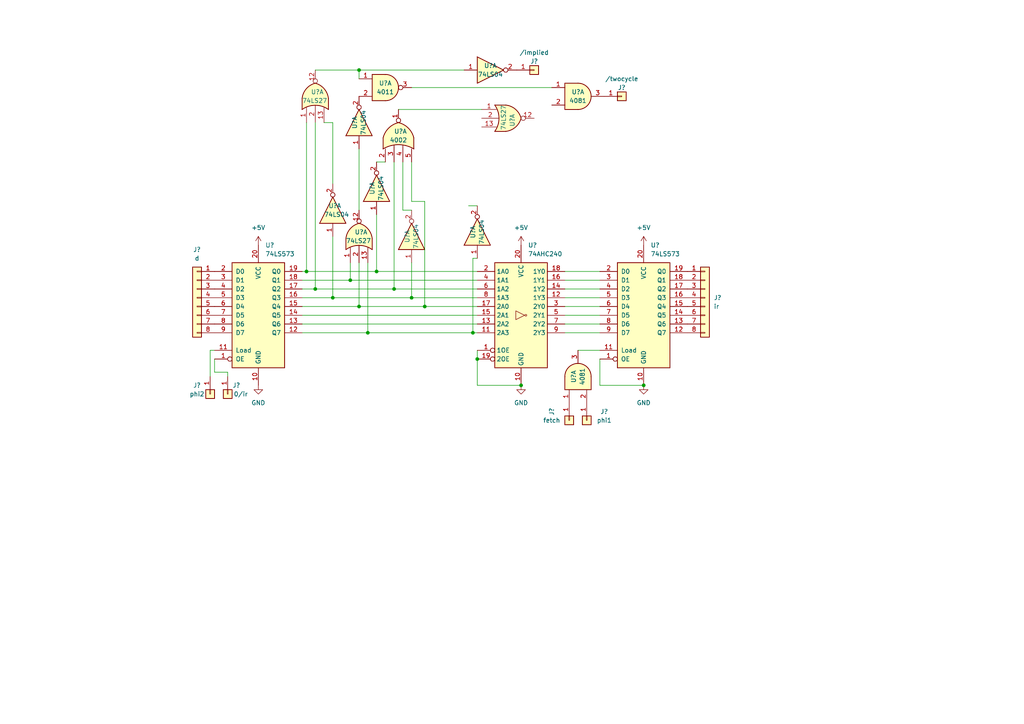
<source format=kicad_sch>
(kicad_sch (version 20211123) (generator eeschema)
  (paper "A4")
  (lib_symbols
    (symbol "4xxx:4002" (pin_names (offset 1.016))
      (property "Reference" "U" (at 0 1.27 0))
      (property "Value" "4002" (at 0 -1.27 0))
      (symbol "4002_1_1"
        (arc (start -3.81 -4.445) (mid -2.5908 0) (end -3.81 4.445) (stroke (width 0.254)))
        (arc (start -0.6096 -4.445) (mid 2.224 -2.8428) (end 3.81 0) (stroke (width 0.254)) (fill (type background)))
        (polyline (pts (xy -3.81 -4.445) (xy -0.635 -4.445)) (stroke (width 0.254)) (fill (type background)))
        (polyline (pts (xy -3.81 4.445) (xy -0.635 4.445)) (stroke (width 0.254)) (fill (type background)))
        (polyline (pts (xy -0.635 4.445) (xy -3.81 4.445) (xy -3.81 4.445) (xy -3.6322 4.0894) (xy -3.0988 2.921) (xy -2.7686 1.6764) (xy -2.6162 0.4318) (xy -2.6416 -0.8636) (xy -2.8702 -2.1082) (xy -3.2512 -3.3274) (xy -3.81 -4.445) (xy -3.81 -4.445) (xy -0.635 -4.445)) (stroke (width -25.4)) (fill (type background)))
        (arc (start 3.81 0) (mid 2.2198 2.8385) (end -0.6096 4.445) (stroke (width 0.254)) (fill (type background)))
        (pin output inverted (at 7.62 0 180) (length 3.81) (name "~") (number "1"))
        (pin input line (at -7.62 3.81 0) (length 3.81) (name "~") (number "2"))
        (pin input line (at -7.62 1.27 0) (length 4.826) (name "~") (number "3"))
        (pin input line (at -7.62 -1.27 0) (length 4.826) (name "~") (number "4"))
        (pin input line (at -7.62 -3.81 0) (length 3.81) (name "~") (number "5"))
      )
      (symbol "4002_1_2"
        (arc (start -0.635 -4.445) (mid 3.81 0) (end -0.635 4.445) (stroke (width 0.254)) (fill (type background)))
        (polyline (pts (xy -0.635 4.445) (xy -3.81 4.445) (xy -3.81 -4.445) (xy -0.635 -4.445)) (stroke (width 0.254)) (fill (type background)))
        (pin output line (at 7.62 0 180) (length 3.81) (name "~") (number "1"))
        (pin input inverted (at -7.62 3.81 0) (length 3.81) (name "~") (number "2"))
        (pin input inverted (at -7.62 1.27 0) (length 3.81) (name "~") (number "3"))
        (pin input inverted (at -7.62 -1.27 0) (length 3.81) (name "~") (number "4"))
        (pin input inverted (at -7.62 -3.81 0) (length 3.81) (name "~") (number "5"))
      )
      (symbol "4002_2_1"
        (arc (start -3.81 -4.445) (mid -2.5908 0) (end -3.81 4.445) (stroke (width 0.254)))
        (arc (start -0.6096 -4.445) (mid 2.224 -2.8428) (end 3.81 0) (stroke (width 0.254)) (fill (type background)))
        (polyline (pts (xy -3.81 -4.445) (xy -0.635 -4.445)) (stroke (width 0.254)) (fill (type background)))
        (polyline (pts (xy -3.81 4.445) (xy -0.635 4.445)) (stroke (width 0.254)) (fill (type background)))
        (polyline (pts (xy -0.635 4.445) (xy -3.81 4.445) (xy -3.81 4.445) (xy -3.6322 4.0894) (xy -3.0988 2.921) (xy -2.7686 1.6764) (xy -2.6162 0.4318) (xy -2.6416 -0.8636) (xy -2.8702 -2.1082) (xy -3.2512 -3.3274) (xy -3.81 -4.445) (xy -3.81 -4.445) (xy -0.635 -4.445)) (stroke (width -25.4)) (fill (type background)))
        (arc (start 3.81 0) (mid 2.2198 2.8385) (end -0.6096 4.445) (stroke (width 0.254)) (fill (type background)))
        (pin input line (at -7.62 1.27 0) (length 4.826) (name "~") (number "10"))
        (pin input line (at -7.62 -1.27 0) (length 4.826) (name "~") (number "11"))
        (pin input line (at -7.62 -3.81 0) (length 3.81) (name "~") (number "12"))
        (pin output inverted (at 7.62 0 180) (length 3.81) (name "~") (number "13"))
        (pin input line (at -7.62 3.81 0) (length 3.81) (name "~") (number "9"))
      )
      (symbol "4002_2_2"
        (arc (start -0.635 -4.445) (mid 3.81 0) (end -0.635 4.445) (stroke (width 0.254)) (fill (type background)))
        (polyline (pts (xy -0.635 4.445) (xy -3.81 4.445) (xy -3.81 -4.445) (xy -0.635 -4.445)) (stroke (width 0.254)) (fill (type background)))
        (pin input inverted (at -7.62 1.27 0) (length 3.81) (name "~") (number "10"))
        (pin input inverted (at -7.62 -1.27 0) (length 3.81) (name "~") (number "11"))
        (pin input inverted (at -7.62 -3.81 0) (length 3.81) (name "~") (number "12"))
        (pin output line (at 7.62 0 180) (length 3.81) (name "~") (number "13"))
        (pin input inverted (at -7.62 3.81 0) (length 3.81) (name "~") (number "9"))
      )
      (symbol "4002_3_0"
        (pin power_in line (at 0 12.7 270) (length 5.08) (name "VDD") (number "14"))
        (pin power_in line (at 0 -12.7 90) (length 5.08) (name "VSS") (number "7"))
      )
      (symbol "4002_3_1"
        (rectangle (start -5.08 7.62) (end 5.08 -7.62) (stroke (width 0.254)) (fill (type background)))
      )
    )
    (symbol "4xxx:4011" (pin_names (offset 1.016))
      (property "Reference" "U" (at 0 1.27 0))
      (property "Value" "4011" (at 0 -1.27 0))
      (symbol "4011_1_1"
        (arc (start 0 -3.81) (mid 3.81 0) (end 0 3.81) (stroke (width 0.254)) (fill (type background)))
        (polyline (pts (xy 0 3.81) (xy -3.81 3.81) (xy -3.81 -3.81) (xy 0 -3.81)) (stroke (width 0.254)) (fill (type background)))
        (pin input line (at -7.62 2.54 0) (length 3.81) (name "~") (number "1"))
        (pin input line (at -7.62 -2.54 0) (length 3.81) (name "~") (number "2"))
        (pin output inverted (at 7.62 0 180) (length 3.81) (name "~") (number "3"))
      )
      (symbol "4011_1_2"
        (arc (start -3.81 -3.81) (mid -2.589 0) (end -3.81 3.81) (stroke (width 0.254)))
        (arc (start -0.6096 -3.81) (mid 2.1855 -2.584) (end 3.81 0) (stroke (width 0.254)) (fill (type background)))
        (polyline (pts (xy -3.81 -3.81) (xy -0.635 -3.81)) (stroke (width 0.254)) (fill (type background)))
        (polyline (pts (xy -3.81 3.81) (xy -0.635 3.81)) (stroke (width 0.254)) (fill (type background)))
        (polyline (pts (xy -0.635 3.81) (xy -3.81 3.81) (xy -3.81 3.81) (xy -3.556 3.4036) (xy -3.0226 2.2606) (xy -2.6924 1.0414) (xy -2.6162 -0.254) (xy -2.7686 -1.4986) (xy -3.175 -2.7178) (xy -3.81 -3.81) (xy -3.81 -3.81) (xy -0.635 -3.81)) (stroke (width -25.4)) (fill (type background)))
        (arc (start 3.81 0) (mid 2.1928 2.5925) (end -0.6096 3.81) (stroke (width 0.254)) (fill (type background)))
        (pin input inverted (at -7.62 2.54 0) (length 4.318) (name "~") (number "1"))
        (pin input inverted (at -7.62 -2.54 0) (length 4.318) (name "~") (number "2"))
        (pin output line (at 7.62 0 180) (length 3.81) (name "~") (number "3"))
      )
      (symbol "4011_2_1"
        (arc (start 0 -3.81) (mid 3.81 0) (end 0 3.81) (stroke (width 0.254)) (fill (type background)))
        (polyline (pts (xy 0 3.81) (xy -3.81 3.81) (xy -3.81 -3.81) (xy 0 -3.81)) (stroke (width 0.254)) (fill (type background)))
        (pin output inverted (at 7.62 0 180) (length 3.81) (name "~") (number "4"))
        (pin input line (at -7.62 2.54 0) (length 3.81) (name "~") (number "5"))
        (pin input line (at -7.62 -2.54 0) (length 3.81) (name "~") (number "6"))
      )
      (symbol "4011_2_2"
        (arc (start -3.81 -3.81) (mid -2.589 0) (end -3.81 3.81) (stroke (width 0.254)))
        (arc (start -0.6096 -3.81) (mid 2.1855 -2.584) (end 3.81 0) (stroke (width 0.254)) (fill (type background)))
        (polyline (pts (xy -3.81 -3.81) (xy -0.635 -3.81)) (stroke (width 0.254)) (fill (type background)))
        (polyline (pts (xy -3.81 3.81) (xy -0.635 3.81)) (stroke (width 0.254)) (fill (type background)))
        (polyline (pts (xy -0.635 3.81) (xy -3.81 3.81) (xy -3.81 3.81) (xy -3.556 3.4036) (xy -3.0226 2.2606) (xy -2.6924 1.0414) (xy -2.6162 -0.254) (xy -2.7686 -1.4986) (xy -3.175 -2.7178) (xy -3.81 -3.81) (xy -3.81 -3.81) (xy -0.635 -3.81)) (stroke (width -25.4)) (fill (type background)))
        (arc (start 3.81 0) (mid 2.1928 2.5925) (end -0.6096 3.81) (stroke (width 0.254)) (fill (type background)))
        (pin output line (at 7.62 0 180) (length 3.81) (name "~") (number "4"))
        (pin input inverted (at -7.62 2.54 0) (length 4.318) (name "~") (number "5"))
        (pin input inverted (at -7.62 -2.54 0) (length 4.318) (name "~") (number "6"))
      )
      (symbol "4011_3_1"
        (arc (start 0 -3.81) (mid 3.81 0) (end 0 3.81) (stroke (width 0.254)) (fill (type background)))
        (polyline (pts (xy 0 3.81) (xy -3.81 3.81) (xy -3.81 -3.81) (xy 0 -3.81)) (stroke (width 0.254)) (fill (type background)))
        (pin output inverted (at 7.62 0 180) (length 3.81) (name "~") (number "10"))
        (pin input line (at -7.62 2.54 0) (length 3.81) (name "~") (number "8"))
        (pin input line (at -7.62 -2.54 0) (length 3.81) (name "~") (number "9"))
      )
      (symbol "4011_3_2"
        (arc (start -3.81 -3.81) (mid -2.589 0) (end -3.81 3.81) (stroke (width 0.254)))
        (arc (start -0.6096 -3.81) (mid 2.1855 -2.584) (end 3.81 0) (stroke (width 0.254)) (fill (type background)))
        (polyline (pts (xy -3.81 -3.81) (xy -0.635 -3.81)) (stroke (width 0.254)) (fill (type background)))
        (polyline (pts (xy -3.81 3.81) (xy -0.635 3.81)) (stroke (width 0.254)) (fill (type background)))
        (polyline (pts (xy -0.635 3.81) (xy -3.81 3.81) (xy -3.81 3.81) (xy -3.556 3.4036) (xy -3.0226 2.2606) (xy -2.6924 1.0414) (xy -2.6162 -0.254) (xy -2.7686 -1.4986) (xy -3.175 -2.7178) (xy -3.81 -3.81) (xy -3.81 -3.81) (xy -0.635 -3.81)) (stroke (width -25.4)) (fill (type background)))
        (arc (start 3.81 0) (mid 2.1928 2.5925) (end -0.6096 3.81) (stroke (width 0.254)) (fill (type background)))
        (pin output line (at 7.62 0 180) (length 3.81) (name "~") (number "10"))
        (pin input inverted (at -7.62 2.54 0) (length 4.318) (name "~") (number "8"))
        (pin input inverted (at -7.62 -2.54 0) (length 4.318) (name "~") (number "9"))
      )
      (symbol "4011_4_1"
        (arc (start 0 -3.81) (mid 3.81 0) (end 0 3.81) (stroke (width 0.254)) (fill (type background)))
        (polyline (pts (xy 0 3.81) (xy -3.81 3.81) (xy -3.81 -3.81) (xy 0 -3.81)) (stroke (width 0.254)) (fill (type background)))
        (pin output inverted (at 7.62 0 180) (length 3.81) (name "~") (number "11"))
        (pin input line (at -7.62 2.54 0) (length 3.81) (name "~") (number "12"))
        (pin input line (at -7.62 -2.54 0) (length 3.81) (name "~") (number "13"))
      )
      (symbol "4011_4_2"
        (arc (start -3.81 -3.81) (mid -2.589 0) (end -3.81 3.81) (stroke (width 0.254)))
        (arc (start -0.6096 -3.81) (mid 2.1855 -2.584) (end 3.81 0) (stroke (width 0.254)) (fill (type background)))
        (polyline (pts (xy -3.81 -3.81) (xy -0.635 -3.81)) (stroke (width 0.254)) (fill (type background)))
        (polyline (pts (xy -3.81 3.81) (xy -0.635 3.81)) (stroke (width 0.254)) (fill (type background)))
        (polyline (pts (xy -0.635 3.81) (xy -3.81 3.81) (xy -3.81 3.81) (xy -3.556 3.4036) (xy -3.0226 2.2606) (xy -2.6924 1.0414) (xy -2.6162 -0.254) (xy -2.7686 -1.4986) (xy -3.175 -2.7178) (xy -3.81 -3.81) (xy -3.81 -3.81) (xy -0.635 -3.81)) (stroke (width -25.4)) (fill (type background)))
        (arc (start 3.81 0) (mid 2.1928 2.5925) (end -0.6096 3.81) (stroke (width 0.254)) (fill (type background)))
        (pin output line (at 7.62 0 180) (length 3.81) (name "~") (number "11"))
        (pin input inverted (at -7.62 2.54 0) (length 4.318) (name "~") (number "12"))
        (pin input inverted (at -7.62 -2.54 0) (length 4.318) (name "~") (number "13"))
      )
      (symbol "4011_5_0"
        (pin power_in line (at 0 12.7 270) (length 5.08) (name "VDD") (number "14"))
        (pin power_in line (at 0 -12.7 90) (length 5.08) (name "VSS") (number "7"))
      )
      (symbol "4011_5_1"
        (rectangle (start -5.08 7.62) (end 5.08 -7.62) (stroke (width 0.254)) (fill (type background)))
      )
    )
    (symbol "4xxx:4081" (pin_names (offset 1.016))
      (property "Reference" "U" (at 0 1.27 0))
      (property "Value" "4081" (at 0 -1.27 0))
      (symbol "4081_1_1"
        (arc (start 0 -3.81) (mid 3.81 0) (end 0 3.81) (stroke (width 0.254)) (fill (type background)))
        (polyline (pts (xy 0 3.81) (xy -3.81 3.81) (xy -3.81 -3.81) (xy 0 -3.81)) (stroke (width 0.254)) (fill (type background)))
        (pin input line (at -7.62 2.54 0) (length 3.81) (name "~") (number "1"))
        (pin input line (at -7.62 -2.54 0) (length 3.81) (name "~") (number "2"))
        (pin output line (at 7.62 0 180) (length 3.81) (name "~") (number "3"))
      )
      (symbol "4081_1_2"
        (arc (start -3.81 -3.81) (mid -2.589 0) (end -3.81 3.81) (stroke (width 0.254)))
        (arc (start -0.6096 -3.81) (mid 2.1855 -2.584) (end 3.81 0) (stroke (width 0.254)) (fill (type background)))
        (polyline (pts (xy -3.81 -3.81) (xy -0.635 -3.81)) (stroke (width 0.254)) (fill (type background)))
        (polyline (pts (xy -3.81 3.81) (xy -0.635 3.81)) (stroke (width 0.254)) (fill (type background)))
        (polyline (pts (xy -0.635 3.81) (xy -3.81 3.81) (xy -3.81 3.81) (xy -3.556 3.4036) (xy -3.0226 2.2606) (xy -2.6924 1.0414) (xy -2.6162 -0.254) (xy -2.7686 -1.4986) (xy -3.175 -2.7178) (xy -3.81 -3.81) (xy -3.81 -3.81) (xy -0.635 -3.81)) (stroke (width -25.4)) (fill (type background)))
        (arc (start 3.81 0) (mid 2.1928 2.5925) (end -0.6096 3.81) (stroke (width 0.254)) (fill (type background)))
        (pin input inverted (at -7.62 2.54 0) (length 4.318) (name "~") (number "1"))
        (pin input inverted (at -7.62 -2.54 0) (length 4.318) (name "~") (number "2"))
        (pin output inverted (at 7.62 0 180) (length 3.81) (name "~") (number "3"))
      )
      (symbol "4081_2_1"
        (arc (start 0 -3.81) (mid 3.81 0) (end 0 3.81) (stroke (width 0.254)) (fill (type background)))
        (polyline (pts (xy 0 3.81) (xy -3.81 3.81) (xy -3.81 -3.81) (xy 0 -3.81)) (stroke (width 0.254)) (fill (type background)))
        (pin output line (at 7.62 0 180) (length 3.81) (name "~") (number "4"))
        (pin input line (at -7.62 2.54 0) (length 3.81) (name "~") (number "5"))
        (pin input line (at -7.62 -2.54 0) (length 3.81) (name "~") (number "6"))
      )
      (symbol "4081_2_2"
        (arc (start -3.81 -3.81) (mid -2.589 0) (end -3.81 3.81) (stroke (width 0.254)))
        (arc (start -0.6096 -3.81) (mid 2.1855 -2.584) (end 3.81 0) (stroke (width 0.254)) (fill (type background)))
        (polyline (pts (xy -3.81 -3.81) (xy -0.635 -3.81)) (stroke (width 0.254)) (fill (type background)))
        (polyline (pts (xy -3.81 3.81) (xy -0.635 3.81)) (stroke (width 0.254)) (fill (type background)))
        (polyline (pts (xy -0.635 3.81) (xy -3.81 3.81) (xy -3.81 3.81) (xy -3.556 3.4036) (xy -3.0226 2.2606) (xy -2.6924 1.0414) (xy -2.6162 -0.254) (xy -2.7686 -1.4986) (xy -3.175 -2.7178) (xy -3.81 -3.81) (xy -3.81 -3.81) (xy -0.635 -3.81)) (stroke (width -25.4)) (fill (type background)))
        (arc (start 3.81 0) (mid 2.1928 2.5925) (end -0.6096 3.81) (stroke (width 0.254)) (fill (type background)))
        (pin output inverted (at 7.62 0 180) (length 3.81) (name "~") (number "4"))
        (pin input inverted (at -7.62 2.54 0) (length 4.318) (name "~") (number "5"))
        (pin input inverted (at -7.62 -2.54 0) (length 4.318) (name "~") (number "6"))
      )
      (symbol "4081_3_1"
        (arc (start 0 -3.81) (mid 3.81 0) (end 0 3.81) (stroke (width 0.254)) (fill (type background)))
        (polyline (pts (xy 0 3.81) (xy -3.81 3.81) (xy -3.81 -3.81) (xy 0 -3.81)) (stroke (width 0.254)) (fill (type background)))
        (pin output line (at 7.62 0 180) (length 3.81) (name "~") (number "10"))
        (pin input line (at -7.62 2.54 0) (length 3.81) (name "~") (number "8"))
        (pin input line (at -7.62 -2.54 0) (length 3.81) (name "~") (number "9"))
      )
      (symbol "4081_3_2"
        (arc (start -3.81 -3.81) (mid -2.589 0) (end -3.81 3.81) (stroke (width 0.254)))
        (arc (start -0.6096 -3.81) (mid 2.1855 -2.584) (end 3.81 0) (stroke (width 0.254)) (fill (type background)))
        (polyline (pts (xy -3.81 -3.81) (xy -0.635 -3.81)) (stroke (width 0.254)) (fill (type background)))
        (polyline (pts (xy -3.81 3.81) (xy -0.635 3.81)) (stroke (width 0.254)) (fill (type background)))
        (polyline (pts (xy -0.635 3.81) (xy -3.81 3.81) (xy -3.81 3.81) (xy -3.556 3.4036) (xy -3.0226 2.2606) (xy -2.6924 1.0414) (xy -2.6162 -0.254) (xy -2.7686 -1.4986) (xy -3.175 -2.7178) (xy -3.81 -3.81) (xy -3.81 -3.81) (xy -0.635 -3.81)) (stroke (width -25.4)) (fill (type background)))
        (arc (start 3.81 0) (mid 2.1928 2.5925) (end -0.6096 3.81) (stroke (width 0.254)) (fill (type background)))
        (pin output inverted (at 7.62 0 180) (length 3.81) (name "~") (number "10"))
        (pin input inverted (at -7.62 2.54 0) (length 4.318) (name "~") (number "8"))
        (pin input inverted (at -7.62 -2.54 0) (length 4.318) (name "~") (number "9"))
      )
      (symbol "4081_4_1"
        (arc (start 0 -3.81) (mid 3.81 0) (end 0 3.81) (stroke (width 0.254)) (fill (type background)))
        (polyline (pts (xy 0 3.81) (xy -3.81 3.81) (xy -3.81 -3.81) (xy 0 -3.81)) (stroke (width 0.254)) (fill (type background)))
        (pin output line (at 7.62 0 180) (length 3.81) (name "~") (number "11"))
        (pin input line (at -7.62 2.54 0) (length 3.81) (name "~") (number "12"))
        (pin input line (at -7.62 -2.54 0) (length 3.81) (name "~") (number "13"))
      )
      (symbol "4081_4_2"
        (arc (start -3.81 -3.81) (mid -2.589 0) (end -3.81 3.81) (stroke (width 0.254)))
        (arc (start -0.6096 -3.81) (mid 2.1855 -2.584) (end 3.81 0) (stroke (width 0.254)) (fill (type background)))
        (polyline (pts (xy -3.81 -3.81) (xy -0.635 -3.81)) (stroke (width 0.254)) (fill (type background)))
        (polyline (pts (xy -3.81 3.81) (xy -0.635 3.81)) (stroke (width 0.254)) (fill (type background)))
        (polyline (pts (xy -0.635 3.81) (xy -3.81 3.81) (xy -3.81 3.81) (xy -3.556 3.4036) (xy -3.0226 2.2606) (xy -2.6924 1.0414) (xy -2.6162 -0.254) (xy -2.7686 -1.4986) (xy -3.175 -2.7178) (xy -3.81 -3.81) (xy -3.81 -3.81) (xy -0.635 -3.81)) (stroke (width -25.4)) (fill (type background)))
        (arc (start 3.81 0) (mid 2.1928 2.5925) (end -0.6096 3.81) (stroke (width 0.254)) (fill (type background)))
        (pin output inverted (at 7.62 0 180) (length 3.81) (name "~") (number "11"))
        (pin input inverted (at -7.62 2.54 0) (length 4.318) (name "~") (number "12"))
        (pin input inverted (at -7.62 -2.54 0) (length 4.318) (name "~") (number "13"))
      )
      (symbol "4081_5_0"
        (pin power_in line (at 0 12.7 270) (length 5.08) (name "VDD") (number "14"))
        (pin power_in line (at 0 -12.7 90) (length 5.08) (name "VSS") (number "7"))
      )
      (symbol "4081_5_1"
        (rectangle (start -5.08 7.62) (end 5.08 -7.62) (stroke (width 0.254)) (fill (type background)))
      )
    )
    (symbol "74xx:74AHC240"
      (property "Reference" "U" (at -7.62 16.51 0))
      (property "Value" "74AHC240" (at -7.62 -16.51 0))
      (symbol "74AHC240_1_0"
        (polyline (pts (xy 1.016 0) (xy -1.524 1.27) (xy -1.524 -1.27) (xy 1.016 0)) (stroke (width 0.1524)))
        (circle (center 1.397 0) (radius 0.254) (stroke (width 0.1524)))
        (pin input inverted (at -12.7 -10.16 0) (length 5.08) (name "1OE") (number "1"))
        (pin power_in line (at 0 -20.32 90) (length 5.08) (name "GND") (number "10"))
        (pin input line (at -12.7 -5.08 0) (length 5.08) (name "2A3") (number "11"))
        (pin tri_state line (at 12.7 5.08 180) (length 5.08) (name "1Y3") (number "12"))
        (pin input line (at -12.7 -2.54 0) (length 5.08) (name "2A2") (number "13"))
        (pin tri_state line (at 12.7 7.62 180) (length 5.08) (name "1Y2") (number "14"))
        (pin input line (at -12.7 0 0) (length 5.08) (name "2A1") (number "15"))
        (pin tri_state line (at 12.7 10.16 180) (length 5.08) (name "1Y1") (number "16"))
        (pin input line (at -12.7 2.54 0) (length 5.08) (name "2A0") (number "17"))
        (pin tri_state line (at 12.7 12.7 180) (length 5.08) (name "1Y0") (number "18"))
        (pin input inverted (at -12.7 -12.7 0) (length 5.08) (name "2OE") (number "19"))
        (pin input line (at -12.7 12.7 0) (length 5.08) (name "1A0") (number "2"))
        (pin power_in line (at 0 20.32 270) (length 5.08) (name "VCC") (number "20"))
        (pin tri_state line (at 12.7 2.54 180) (length 5.08) (name "2Y0") (number "3"))
        (pin input line (at -12.7 10.16 0) (length 5.08) (name "1A1") (number "4"))
        (pin tri_state line (at 12.7 0 180) (length 5.08) (name "2Y1") (number "5"))
        (pin input line (at -12.7 7.62 0) (length 5.08) (name "1A2") (number "6"))
        (pin tri_state line (at 12.7 -2.54 180) (length 5.08) (name "2Y2") (number "7"))
        (pin input line (at -12.7 5.08 0) (length 5.08) (name "1A3") (number "8"))
        (pin tri_state line (at 12.7 -5.08 180) (length 5.08) (name "2Y3") (number "9"))
      )
      (symbol "74AHC240_1_1"
        (rectangle (start -7.62 15.24) (end 7.62 -15.24) (stroke (width 0.254)) (fill (type background)))
      )
    )
    (symbol "74xx:74LS04"
      (property "Reference" "U" (at 0 1.27 0))
      (property "Value" "74LS04" (at 0 -1.27 0))
      (symbol "74LS04_1_0"
        (polyline (pts (xy -3.81 3.81) (xy -3.81 -3.81) (xy 3.81 0) (xy -3.81 3.81)) (stroke (width 0.254)) (fill (type background)))
        (pin input line (at -7.62 0 0) (length 3.81) (name "~") (number "1"))
        (pin output inverted (at 7.62 0 180) (length 3.81) (name "~") (number "2"))
      )
      (symbol "74LS04_2_0"
        (polyline (pts (xy -3.81 3.81) (xy -3.81 -3.81) (xy 3.81 0) (xy -3.81 3.81)) (stroke (width 0.254)) (fill (type background)))
        (pin input line (at -7.62 0 0) (length 3.81) (name "~") (number "3"))
        (pin output inverted (at 7.62 0 180) (length 3.81) (name "~") (number "4"))
      )
      (symbol "74LS04_3_0"
        (polyline (pts (xy -3.81 3.81) (xy -3.81 -3.81) (xy 3.81 0) (xy -3.81 3.81)) (stroke (width 0.254)) (fill (type background)))
        (pin input line (at -7.62 0 0) (length 3.81) (name "~") (number "5"))
        (pin output inverted (at 7.62 0 180) (length 3.81) (name "~") (number "6"))
      )
      (symbol "74LS04_4_0"
        (polyline (pts (xy -3.81 3.81) (xy -3.81 -3.81) (xy 3.81 0) (xy -3.81 3.81)) (stroke (width 0.254)) (fill (type background)))
        (pin output inverted (at 7.62 0 180) (length 3.81) (name "~") (number "8"))
        (pin input line (at -7.62 0 0) (length 3.81) (name "~") (number "9"))
      )
      (symbol "74LS04_5_0"
        (polyline (pts (xy -3.81 3.81) (xy -3.81 -3.81) (xy 3.81 0) (xy -3.81 3.81)) (stroke (width 0.254)) (fill (type background)))
        (pin output inverted (at 7.62 0 180) (length 3.81) (name "~") (number "10"))
        (pin input line (at -7.62 0 0) (length 3.81) (name "~") (number "11"))
      )
      (symbol "74LS04_6_0"
        (polyline (pts (xy -3.81 3.81) (xy -3.81 -3.81) (xy 3.81 0) (xy -3.81 3.81)) (stroke (width 0.254)) (fill (type background)))
        (pin output inverted (at 7.62 0 180) (length 3.81) (name "~") (number "12"))
        (pin input line (at -7.62 0 0) (length 3.81) (name "~") (number "13"))
      )
      (symbol "74LS04_7_0"
        (pin power_in line (at 0 12.7 270) (length 5.08) (name "VCC") (number "14"))
        (pin power_in line (at 0 -12.7 90) (length 5.08) (name "GND") (number "7"))
      )
      (symbol "74LS04_7_1"
        (rectangle (start -5.08 7.62) (end 5.08 -7.62) (stroke (width 0.254)) (fill (type background)))
      )
    )
    (symbol "74xx:74LS27" (pin_names (offset 1.016))
      (property "Reference" "U" (at 0 1.27 0))
      (property "Value" "74LS27" (at 0 -1.27 0))
      (symbol "74LS27_1_1"
        (arc (start -3.81 -3.81) (mid -2.589 0) (end -3.81 3.81) (stroke (width 0.254)))
        (arc (start -0.6096 -3.81) (mid 2.1855 -2.584) (end 3.81 0) (stroke (width 0.254)) (fill (type background)))
        (polyline (pts (xy -3.81 -3.81) (xy -0.635 -3.81)) (stroke (width 0.254)) (fill (type background)))
        (polyline (pts (xy -3.81 3.81) (xy -0.635 3.81)) (stroke (width 0.254)) (fill (type background)))
        (polyline (pts (xy -0.635 3.81) (xy -3.81 3.81) (xy -3.81 3.81) (xy -3.556 3.4036) (xy -3.0226 2.2606) (xy -2.6924 1.0414) (xy -2.6162 -0.254) (xy -2.7686 -1.4986) (xy -3.175 -2.7178) (xy -3.81 -3.81) (xy -3.81 -3.81) (xy -0.635 -3.81)) (stroke (width -25.4)) (fill (type background)))
        (arc (start 3.81 0) (mid 2.1928 2.5925) (end -0.6096 3.81) (stroke (width 0.254)) (fill (type background)))
        (pin input line (at -7.62 2.54 0) (length 4.318) (name "~") (number "1"))
        (pin output inverted (at 7.62 0 180) (length 3.81) (name "~") (number "12"))
        (pin input line (at -7.62 -2.54 0) (length 4.318) (name "~") (number "13"))
        (pin input line (at -7.62 0 0) (length 4.953) (name "~") (number "2"))
      )
      (symbol "74LS27_1_2"
        (arc (start 0 -3.81) (mid 3.81 0) (end 0 3.81) (stroke (width 0.254)) (fill (type background)))
        (polyline (pts (xy 0 3.81) (xy -3.81 3.81) (xy -3.81 -3.81) (xy 0 -3.81)) (stroke (width 0.254)) (fill (type background)))
        (pin input inverted (at -7.62 2.54 0) (length 3.81) (name "~") (number "1"))
        (pin output line (at 7.62 0 180) (length 3.81) (name "~") (number "12"))
        (pin input inverted (at -7.62 -2.54 0) (length 3.81) (name "~") (number "13"))
        (pin input inverted (at -7.62 0 0) (length 3.81) (name "~") (number "2"))
      )
      (symbol "74LS27_2_1"
        (arc (start -3.81 -3.81) (mid -2.589 0) (end -3.81 3.81) (stroke (width 0.254)))
        (arc (start -0.6096 -3.81) (mid 2.1855 -2.584) (end 3.81 0) (stroke (width 0.254)) (fill (type background)))
        (polyline (pts (xy -3.81 -3.81) (xy -0.635 -3.81)) (stroke (width 0.254)) (fill (type background)))
        (polyline (pts (xy -3.81 3.81) (xy -0.635 3.81)) (stroke (width 0.254)) (fill (type background)))
        (polyline (pts (xy -0.635 3.81) (xy -3.81 3.81) (xy -3.81 3.81) (xy -3.556 3.4036) (xy -3.0226 2.2606) (xy -2.6924 1.0414) (xy -2.6162 -0.254) (xy -2.7686 -1.4986) (xy -3.175 -2.7178) (xy -3.81 -3.81) (xy -3.81 -3.81) (xy -0.635 -3.81)) (stroke (width -25.4)) (fill (type background)))
        (arc (start 3.81 0) (mid 2.1928 2.5925) (end -0.6096 3.81) (stroke (width 0.254)) (fill (type background)))
        (pin input line (at -7.62 2.54 0) (length 4.318) (name "~") (number "3"))
        (pin input line (at -7.62 0 0) (length 4.953) (name "~") (number "4"))
        (pin input line (at -7.62 -2.54 0) (length 4.318) (name "~") (number "5"))
        (pin output inverted (at 7.62 0 180) (length 3.81) (name "~") (number "6"))
      )
      (symbol "74LS27_2_2"
        (arc (start 0 -3.81) (mid 3.81 0) (end 0 3.81) (stroke (width 0.254)) (fill (type background)))
        (polyline (pts (xy 0 3.81) (xy -3.81 3.81) (xy -3.81 -3.81) (xy 0 -3.81)) (stroke (width 0.254)) (fill (type background)))
        (pin input inverted (at -7.62 2.54 0) (length 3.81) (name "~") (number "3"))
        (pin input inverted (at -7.62 0 0) (length 3.81) (name "~") (number "4"))
        (pin input inverted (at -7.62 -2.54 0) (length 3.81) (name "~") (number "5"))
        (pin output line (at 7.62 0 180) (length 3.81) (name "~") (number "6"))
      )
      (symbol "74LS27_3_1"
        (arc (start -3.81 -3.81) (mid -2.589 0) (end -3.81 3.81) (stroke (width 0.254)))
        (arc (start -0.6096 -3.81) (mid 2.1855 -2.584) (end 3.81 0) (stroke (width 0.254)) (fill (type background)))
        (polyline (pts (xy -3.81 -3.81) (xy -0.635 -3.81)) (stroke (width 0.254)) (fill (type background)))
        (polyline (pts (xy -3.81 3.81) (xy -0.635 3.81)) (stroke (width 0.254)) (fill (type background)))
        (polyline (pts (xy -0.635 3.81) (xy -3.81 3.81) (xy -3.81 3.81) (xy -3.556 3.4036) (xy -3.0226 2.2606) (xy -2.6924 1.0414) (xy -2.6162 -0.254) (xy -2.7686 -1.4986) (xy -3.175 -2.7178) (xy -3.81 -3.81) (xy -3.81 -3.81) (xy -0.635 -3.81)) (stroke (width -25.4)) (fill (type background)))
        (arc (start 3.81 0) (mid 2.1928 2.5925) (end -0.6096 3.81) (stroke (width 0.254)) (fill (type background)))
        (pin input line (at -7.62 0 0) (length 4.953) (name "~") (number "10"))
        (pin input line (at -7.62 -2.54 0) (length 4.318) (name "~") (number "11"))
        (pin output inverted (at 7.62 0 180) (length 3.81) (name "~") (number "8"))
        (pin input line (at -7.62 2.54 0) (length 4.318) (name "~") (number "9"))
      )
      (symbol "74LS27_3_2"
        (arc (start 0 -3.81) (mid 3.81 0) (end 0 3.81) (stroke (width 0.254)) (fill (type background)))
        (polyline (pts (xy 0 3.81) (xy -3.81 3.81) (xy -3.81 -3.81) (xy 0 -3.81)) (stroke (width 0.254)) (fill (type background)))
        (pin input inverted (at -7.62 0 0) (length 3.81) (name "~") (number "10"))
        (pin input inverted (at -7.62 -2.54 0) (length 3.81) (name "~") (number "11"))
        (pin output line (at 7.62 0 180) (length 3.81) (name "~") (number "8"))
        (pin input inverted (at -7.62 2.54 0) (length 3.81) (name "~") (number "9"))
      )
      (symbol "74LS27_4_0"
        (pin power_in line (at 0 12.7 270) (length 5.08) (name "VCC") (number "14"))
        (pin power_in line (at 0 -12.7 90) (length 5.08) (name "GND") (number "7"))
      )
      (symbol "74LS27_4_1"
        (rectangle (start -5.08 7.62) (end 5.08 -7.62) (stroke (width 0.254)) (fill (type background)))
      )
    )
    (symbol "74xx:74LS573" (pin_names (offset 1.016))
      (property "Reference" "U" (at -7.62 16.51 0))
      (property "Value" "74LS573" (at -7.62 -16.51 0))
      (symbol "74LS573_1_0"
        (pin input inverted (at -12.7 -12.7 0) (length 5.08) (name "OE") (number "1"))
        (pin power_in line (at 0 -20.32 90) (length 5.08) (name "GND") (number "10"))
        (pin input line (at -12.7 -10.16 0) (length 5.08) (name "Load") (number "11"))
        (pin tri_state line (at 12.7 -5.08 180) (length 5.08) (name "Q7") (number "12"))
        (pin tri_state line (at 12.7 -2.54 180) (length 5.08) (name "Q6") (number "13"))
        (pin tri_state line (at 12.7 0 180) (length 5.08) (name "Q5") (number "14"))
        (pin tri_state line (at 12.7 2.54 180) (length 5.08) (name "Q4") (number "15"))
        (pin tri_state line (at 12.7 5.08 180) (length 5.08) (name "Q3") (number "16"))
        (pin tri_state line (at 12.7 7.62 180) (length 5.08) (name "Q2") (number "17"))
        (pin tri_state line (at 12.7 10.16 180) (length 5.08) (name "Q1") (number "18"))
        (pin tri_state line (at 12.7 12.7 180) (length 5.08) (name "Q0") (number "19"))
        (pin input line (at -12.7 12.7 0) (length 5.08) (name "D0") (number "2"))
        (pin power_in line (at 0 20.32 270) (length 5.08) (name "VCC") (number "20"))
        (pin input line (at -12.7 10.16 0) (length 5.08) (name "D1") (number "3"))
        (pin input line (at -12.7 7.62 0) (length 5.08) (name "D2") (number "4"))
        (pin input line (at -12.7 5.08 0) (length 5.08) (name "D3") (number "5"))
        (pin input line (at -12.7 2.54 0) (length 5.08) (name "D4") (number "6"))
        (pin input line (at -12.7 0 0) (length 5.08) (name "D5") (number "7"))
        (pin input line (at -12.7 -2.54 0) (length 5.08) (name "D6") (number "8"))
        (pin input line (at -12.7 -5.08 0) (length 5.08) (name "D7") (number "9"))
      )
      (symbol "74LS573_1_1"
        (rectangle (start -7.62 15.24) (end 7.62 -15.24) (stroke (width 0.254)) (fill (type background)))
      )
    )
    (symbol "Connector_Generic:Conn_01x01" (pin_names (offset 1.016) hide)
      (property "Reference" "J" (at 0 2.54 0))
      (property "Value" "Conn_01x01" (at 0 -2.54 0))
      (symbol "Conn_01x01_1_1"
        (rectangle (start -1.27 0.127) (end 0 -0.127) (stroke (width 0.1524)))
        (rectangle (start -1.27 1.27) (end 1.27 -1.27) (stroke (width 0.254)) (fill (type background)))
        (pin passive line (at -5.08 0 0) (length 3.81) (name "Pin_1") (number "1"))
      )
    )
    (symbol "Connector_Generic:Conn_01x08" (pin_names (offset 1.016) hide)
      (property "Reference" "J" (at 0 10.16 0))
      (property "Value" "Conn_01x08" (at 0 -12.7 0))
      (symbol "Conn_01x08_1_1"
        (rectangle (start -1.27 -10.033) (end 0 -10.287) (stroke (width 0.1524)))
        (rectangle (start -1.27 -7.493) (end 0 -7.747) (stroke (width 0.1524)))
        (rectangle (start -1.27 -4.953) (end 0 -5.207) (stroke (width 0.1524)))
        (rectangle (start -1.27 -2.413) (end 0 -2.667) (stroke (width 0.1524)))
        (rectangle (start -1.27 0.127) (end 0 -0.127) (stroke (width 0.1524)))
        (rectangle (start -1.27 2.667) (end 0 2.413) (stroke (width 0.1524)))
        (rectangle (start -1.27 5.207) (end 0 4.953) (stroke (width 0.1524)))
        (rectangle (start -1.27 7.747) (end 0 7.493) (stroke (width 0.1524)))
        (rectangle (start -1.27 8.89) (end 1.27 -11.43) (stroke (width 0.254)) (fill (type background)))
        (pin passive line (at -5.08 7.62 0) (length 3.81) (name "Pin_1") (number "1"))
        (pin passive line (at -5.08 5.08 0) (length 3.81) (name "Pin_2") (number "2"))
        (pin passive line (at -5.08 2.54 0) (length 3.81) (name "Pin_3") (number "3"))
        (pin passive line (at -5.08 0 0) (length 3.81) (name "Pin_4") (number "4"))
        (pin passive line (at -5.08 -2.54 0) (length 3.81) (name "Pin_5") (number "5"))
        (pin passive line (at -5.08 -5.08 0) (length 3.81) (name "Pin_6") (number "6"))
        (pin passive line (at -5.08 -7.62 0) (length 3.81) (name "Pin_7") (number "7"))
        (pin passive line (at -5.08 -10.16 0) (length 3.81) (name "Pin_8") (number "8"))
      )
    )
    (symbol "power:+5V" (power) (pin_names (offset 0))
      (property "Value" "+5V" (at 0 3.556 0))
      (symbol "+5V_0_1"
        (polyline (pts (xy -0.762 1.27) (xy 0 2.54)))
        (polyline (pts (xy 0 0) (xy 0 2.54)))
        (polyline (pts (xy 0 2.54) (xy 0.762 1.27)))
      )
      (symbol "+5V_1_1"
        (pin power_in line (at 0 0 90) (length 0) hide (name "+5V") (number "1"))
      )
    )
    (symbol "power:GND" (power) (pin_names (offset 0))
      (property "Value" "GND" (at 0 -3.81 0))
      (symbol "GND_0_1"
        (polyline (pts (xy 0 0) (xy 0 -1.27) (xy 1.27 -1.27) (xy 0 -2.54) (xy -1.27 -1.27) (xy 0 -1.27)))
      )
      (symbol "GND_1_1"
        (pin power_in line (at 0 0 270) (length 0) hide (name "GND") (number "1"))
      )
    )
  )
  (junction (at 138.43 104.14))
  (junction (at 104.14 88.9))
  (junction (at 88.9 78.74))
  (junction (at 96.52 86.36))
  (junction (at 123.19 88.9))
  (junction (at 137.16 96.52))
  (junction (at 106.68 96.52))
  (junction (at 109.22 78.74))
  (junction (at 119.38 86.36))
  (junction (at 114.3 83.82))
  (junction (at 101.6 81.28))
  (junction (at 186.69 111.76))
  (junction (at 91.44 83.82))
  (junction (at 104.14 20.32))
  (junction (at 151.13 111.76))
  (wire (pts (xy 163.83 91.44) (xy 173.99 91.44)))
  (wire (pts (xy 106.68 96.52) (xy 137.16 96.52)))
  (wire (pts (xy 88.9 35.56) (xy 88.9 78.74)))
  (wire (pts (xy 123.19 88.9) (xy 123.19 58.42)))
  (wire (pts (xy 62.23 101.6) (xy 60.96 101.6)))
  (wire (pts (xy 115.57 31.75) (xy 139.7 31.75)))
  (wire (pts (xy 104.14 88.9) (xy 123.19 88.9)))
  (wire (pts (xy 137.16 96.52) (xy 137.16 74.93)))
  (wire (pts (xy 173.99 111.76) (xy 173.99 104.14)))
  (wire (pts (xy 173.99 111.76) (xy 186.69 111.76)))
  (wire (pts (xy 91.44 35.56) (xy 91.44 83.82)))
  (wire (pts (xy 104.14 20.32) (xy 134.62 20.32)))
  (wire (pts (xy 119.38 25.4) (xy 160.02 25.4)))
  (wire (pts (xy 163.83 93.98) (xy 173.99 93.98)))
  (wire (pts (xy 114.3 46.99) (xy 114.3 83.82)))
  (wire (pts (xy 101.6 76.2) (xy 101.6 81.28)))
  (wire (pts (xy 62.23 107.95) (xy 62.23 104.14)))
  (wire (pts (xy 151.13 111.76) (xy 138.43 111.76)))
  (wire (pts (xy 101.6 81.28) (xy 138.43 81.28)))
  (wire (pts (xy 66.04 107.95) (xy 66.04 109.22)))
  (wire (pts (xy 137.16 74.93) (xy 138.43 74.93)))
  (wire (pts (xy 104.14 43.18) (xy 104.14 60.96)))
  (wire (pts (xy 163.83 88.9) (xy 173.99 88.9)))
  (wire (pts (xy 91.44 83.82) (xy 114.3 83.82)))
  (wire (pts (xy 60.96 101.6) (xy 60.96 109.22)))
  (wire (pts (xy 138.43 101.6) (xy 138.43 104.14)))
  (wire (pts (xy 106.68 76.2) (xy 106.68 96.52)))
  (wire (pts (xy 96.52 35.56) (xy 96.52 53.34)))
  (wire (pts (xy 88.9 78.74) (xy 109.22 78.74)))
  (wire (pts (xy 104.14 76.2) (xy 104.14 88.9)))
  (wire (pts (xy 119.38 86.36) (xy 138.43 86.36)))
  (wire (pts (xy 163.83 78.74) (xy 173.99 78.74)))
  (wire (pts (xy 123.19 58.42) (xy 119.38 58.42)))
  (wire (pts (xy 163.83 81.28) (xy 173.99 81.28)))
  (wire (pts (xy 123.19 88.9) (xy 138.43 88.9)))
  (wire (pts (xy 96.52 86.36) (xy 96.52 68.58)))
  (wire (pts (xy 138.43 104.14) (xy 138.43 111.76)))
  (wire (pts (xy 87.63 83.82) (xy 91.44 83.82)))
  (wire (pts (xy 87.63 91.44) (xy 138.43 91.44)))
  (wire (pts (xy 163.83 96.52) (xy 173.99 96.52)))
  (wire (pts (xy 114.3 83.82) (xy 138.43 83.82)))
  (wire (pts (xy 138.43 59.69) (xy 135.89 59.69)))
  (wire (pts (xy 109.22 62.23) (xy 109.22 78.74)))
  (wire (pts (xy 87.63 93.98) (xy 138.43 93.98)))
  (wire (pts (xy 87.63 81.28) (xy 101.6 81.28)))
  (wire (pts (xy 87.63 88.9) (xy 104.14 88.9)))
  (wire (pts (xy 119.38 60.96) (xy 116.84 60.96)))
  (wire (pts (xy 87.63 96.52) (xy 106.68 96.52)))
  (wire (pts (xy 62.23 107.95) (xy 66.04 107.95)))
  (wire (pts (xy 87.63 86.36) (xy 96.52 86.36)))
  (wire (pts (xy 104.14 20.32) (xy 104.14 22.86)))
  (wire (pts (xy 87.63 78.74) (xy 88.9 78.74)))
  (wire (pts (xy 96.52 86.36) (xy 119.38 86.36)))
  (wire (pts (xy 111.76 46.99) (xy 109.22 46.99)))
  (wire (pts (xy 116.84 46.99) (xy 116.84 60.96)))
  (wire (pts (xy 119.38 46.99) (xy 119.38 58.42)))
  (wire (pts (xy 163.83 83.82) (xy 173.99 83.82)))
  (wire (pts (xy 91.44 20.32) (xy 104.14 20.32)))
  (wire (pts (xy 93.98 35.56) (xy 96.52 35.56)))
  (wire (pts (xy 119.38 76.2) (xy 119.38 86.36)))
  (wire (pts (xy 163.83 86.36) (xy 173.99 86.36)))
  (wire (pts (xy 137.16 96.52) (xy 138.43 96.52)))
  (wire (pts (xy 109.22 78.74) (xy 138.43 78.74)))
  (wire (pts (xy 167.64 101.6) (xy 173.99 101.6)))
  (symbol (lib_id "4xxx:4002") (at 115.57 39.37 90) (unit 1)
    (property "Reference" "U?" (at 114.3 38.1 90) (effects (justify right)))
    (property "Value" "4002" (at 113.03 40.64 90) (effects (justify right)))
    (property "Datasheet" "http://www.intersil.com/content/dam/Intersil/documents/cd40/cd4000bms-01bms-02bms-25bms.pdf" (effects hide))
  )
  (symbol (lib_id "power:GND") (at 151.13 111.76 0) (unit 1)
    (property "Reference" "#PWR?" (effects hide))
    (property "Value" "GND" (at 151.13 116.84 0))
  )
  (symbol (lib_id "power:+5V") (at 74.93 71.12 0) (unit 1)
    (property "Reference" "#PWR?" (effects hide))
    (property "Value" "+5V" (at 74.93 66.04 0))
  )
  (symbol (lib_id "Connector_Generic:Conn_01x01") (at 154.94 20.32 0) (unit 1)
    (property "Reference" "J?" (at 154.94 17.78 0))
    (property "Value" "/implied" (at 154.94 15.24 0))
  )
  (symbol (lib_id "74xx:74LS27") (at 104.14 68.58 90) (unit 1)
    (property "Reference" "U?" (at 102.87 67.31 90) (effects (justify right)))
    (property "Value" "74LS27" (at 100.33 69.85 90) (effects (justify right)))
    (property "Datasheet" "http://www.ti.com/lit/gpn/sn74LS27" (effects hide))
  )
  (symbol (lib_id "Connector_Generic:Conn_01x08") (at 57.15 86.36 0) (mirror y) (unit 1)
    (property "Reference" "J?" (at 57.15 72.39 0))
    (property "Value" "d" (at 57.15 74.93 0))
  )
  (symbol (lib_id "74xx:74LS04") (at 109.22 54.61 90) (unit 1)
    (property "Reference" "U?" (at 107.95 54.61 0))
    (property "Value" "74LS04" (at 110.49 54.61 0))
    (property "Datasheet" "http://www.ti.com/lit/gpn/sn74LS04" (effects hide))
  )
  (symbol (lib_id "74xx:74LS04") (at 138.43 67.31 90) (unit 1)
    (property "Reference" "U?" (at 137.16 67.31 0))
    (property "Value" "74LS04" (at 139.7 67.31 0))
    (property "Datasheet" "http://www.ti.com/lit/gpn/sn74LS04" (effects hide))
  )
  (symbol (lib_id "Connector_Generic:Conn_01x08") (at 204.47 86.36 0) (unit 1)
    (property "Reference" "J?" (at 207.01 86.3599 0) (effects (justify left)))
    (property "Value" "ir" (at 207.01 88.8999 0) (effects (justify left)))
  )
  (symbol (lib_id "74xx:74LS27") (at 147.32 34.29 0) (unit 1)
    (property "Reference" "U?" (at 148.59 33.02 90) (effects (justify right)))
    (property "Value" "74LS27" (at 146.05 30.48 90) (effects (justify right)))
    (property "Datasheet" "http://www.ti.com/lit/gpn/sn74LS27" (effects hide))
  )
  (symbol (lib_id "power:GND") (at 74.93 111.76 0) (unit 1)
    (property "Reference" "#PWR?" (effects hide))
    (property "Value" "GND" (at 74.93 116.84 0))
  )
  (symbol (lib_id "power:GND") (at 186.69 111.76 0) (unit 1)
    (property "Reference" "#PWR?" (effects hide))
    (property "Value" "GND" (at 186.69 116.84 0))
  )
  (symbol (lib_id "74xx:74LS04") (at 142.24 20.32 0) (unit 1)
    (property "Reference" "U?" (at 142.24 19.05 0))
    (property "Value" "74LS04" (at 142.24 21.59 0))
    (property "Datasheet" "http://www.ti.com/lit/gpn/sn74LS04" (effects hide))
  )
  (symbol (lib_id "74xx:74LS573") (at 74.93 91.44 0) (unit 1)
    (property "Reference" "U?" (at 76.9494 71.12 0) (effects (justify left)))
    (property "Value" "74LS573" (at 76.9494 73.66 0) (effects (justify left)))
    (property "Datasheet" "74xx/74hc573.pdf" (effects hide))
  )
  (symbol (lib_id "Connector_Generic:Conn_01x01") (at 165.1 121.92 270) (unit 1)
    (property "Reference" "J?" (at 160.02 119.38 0))
    (property "Value" "fetch" (at 160.02 121.92 90))
  )
  (symbol (lib_id "Connector_Generic:Conn_01x01") (at 170.18 121.92 270) (unit 1)
    (property "Reference" "J?" (at 175.26 119.38 90))
    (property "Value" "phi1" (at 175.26 121.92 90))
  )
  (symbol (lib_id "74xx:74AHC240") (at 151.13 91.44 0) (unit 1)
    (property "Reference" "U?" (at 153.1494 71.12 0) (effects (justify left)))
    (property "Value" "74AHC240" (at 153.1494 73.66 0) (effects (justify left)))
    (property "Datasheet" "https://www.ti.com/lit/ds/symlink/sn54ahc240.pdf" (effects hide))
  )
  (symbol (lib_id "74xx:74LS04") (at 96.52 60.96 90) (unit 1)
    (property "Reference" "U?" (at 95.25 59.69 90) (effects (justify right)))
    (property "Value" "74LS04" (at 93.98 62.23 90) (effects (justify right)))
    (property "Datasheet" "http://www.ti.com/lit/gpn/sn74LS04" (effects hide))
  )
  (symbol (lib_id "Connector_Generic:Conn_01x01") (at 66.04 114.3 270) (unit 1)
    (property "Reference" "J?" (at 68.58 111.76 90))
    (property "Value" "0/ir" (at 69.85 114.3 90))
  )
  (symbol (lib_id "power:+5V") (at 151.13 71.12 0) (unit 1)
    (property "Reference" "#PWR?" (effects hide))
    (property "Value" "+5V" (at 151.13 66.04 0))
  )
  (symbol (lib_id "74xx:74LS27") (at 91.44 27.94 90) (unit 1)
    (property "Reference" "U?" (at 90.17 26.67 90) (effects (justify right)))
    (property "Value" "74LS27" (at 87.63 29.21 90) (effects (justify right)))
    (property "Datasheet" "http://www.ti.com/lit/gpn/sn74LS27" (effects hide))
  )
  (symbol (lib_id "74xx:74LS573") (at 186.69 91.44 0) (unit 1)
    (property "Reference" "U?" (at 188.7094 71.12 0) (effects (justify left)))
    (property "Value" "74LS573" (at 188.7094 73.66 0) (effects (justify left)))
    (property "Datasheet" "74xx/74hc573.pdf" (effects hide))
  )
  (symbol (lib_id "4xxx:4081") (at 167.64 27.94 0) (unit 1)
    (property "Reference" "U?" (at 167.64 26.67 0))
    (property "Value" "4081" (at 167.64 29.21 0))
    (property "Datasheet" "http://www.intersil.com/content/dam/Intersil/documents/cd40/cd4073bms-81bms-82bms.pdf" (effects hide))
  )
  (symbol (lib_id "Connector_Generic:Conn_01x01") (at 60.96 114.3 270) (unit 1)
    (property "Reference" "J?" (at 57.15 111.76 90))
    (property "Value" "phi2" (at 57.15 114.3 90))
  )
  (symbol (lib_id "4xxx:4081") (at 167.64 109.22 90) (unit 1)
    (property "Reference" "U?" (at 166.37 109.22 0))
    (property "Value" "4081" (at 168.91 109.22 0))
    (property "Datasheet" "http://www.intersil.com/content/dam/Intersil/documents/cd40/cd4073bms-81bms-82bms.pdf" (effects hide))
  )
  (symbol (lib_id "74xx:74LS04") (at 104.14 35.56 90) (unit 1)
    (property "Reference" "U?" (at 102.87 35.56 0))
    (property "Value" "74LS04" (at 105.41 35.56 0))
    (property "Datasheet" "http://www.ti.com/lit/gpn/sn74LS04" (effects hide))
  )
  (symbol (lib_id "power:+5V") (at 186.69 71.12 0) (unit 1)
    (property "Reference" "#PWR?" (effects hide))
    (property "Value" "+5V" (at 186.69 66.04 0))
  )
  (symbol (lib_id "4xxx:4011") (at 111.76 25.4 0) (unit 1)
    (property "Reference" "U?" (at 111.76 24.13 0))
    (property "Value" "4011" (at 111.76 26.67 0))
    (property "Datasheet" "http://www.intersil.com/content/dam/Intersil/documents/cd40/cd4011bms-12bms-23bms.pdf" (effects hide))
  )
  (symbol (lib_id "Connector_Generic:Conn_01x01") (at 180.34 27.94 0) (unit 1)
    (property "Reference" "J?" (at 180.34 25.4 0))
    (property "Value" "/twocycle" (at 180.34 22.86 0))
  )
  (symbol (lib_id "74xx:74LS04") (at 119.38 68.58 90) (unit 1)
    (property "Reference" "U?" (at 118.11 68.58 0))
    (property "Value" "74LS04" (at 120.65 68.58 0))
    (property "Datasheet" "http://www.ti.com/lit/gpn/sn74LS04" (effects hide))
  )
)
</source>
